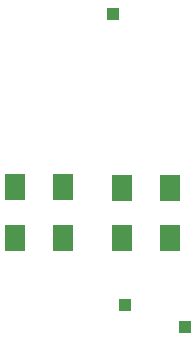
<source format=gbp>
G04 Layer_Color=128*
%FSLAX25Y25*%
%MOIN*%
G70*
G01*
G75*
%ADD25R,0.03937X0.03937*%
%ADD26R,0.03937X0.03937*%
%ADD37R,0.07000X0.08500*%
D25*
X96650Y-182972D02*
D03*
X92469Y-85736D02*
D03*
D26*
X116622Y-190150D02*
D03*
D37*
X95583Y-143941D02*
D03*
X111583D02*
D03*
X95669Y-160484D02*
D03*
X111669D02*
D03*
X59948D02*
D03*
X75948D02*
D03*
X59948Y-143474D02*
D03*
X75948D02*
D03*
M02*

</source>
